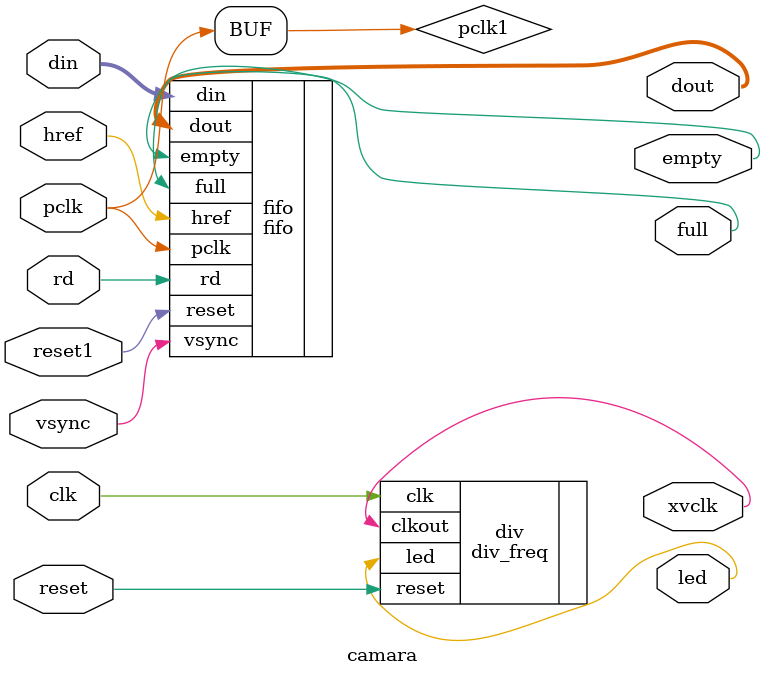
<source format=v>
module camara (input clk, input reset, input reset1, input href, input vsync, input [5:0] din, output empty,  output full, output [7:0] dout,  input rd, output led, input pclk, output xvclk);

wire pclk;
wire pclk1;
assign pclk1=pclk;
div_freq div(.clk(clk), .reset(reset), .led(led), .clkout(xvclk));
fifo fifo(.pclk(pclk1), .reset(reset1), .href(href), .vsync(vsync), .din(din), .empty(empty), .full(full), .dout(dout), .rd(rd));





endmodule

</source>
